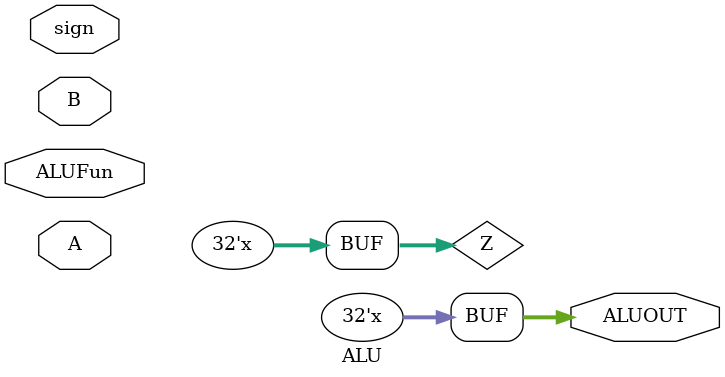
<source format=v>
module Shift_Left(
	input [31:0]B,
	input [4:0]A,
	output [31:0]Shift
);
	
	wire [31:0]Shift1,Shift2,Shift3,Shift4;
	assign Shift1 = A[4]?{B[15:0],{16{1'b0}}}:B;
	assign Shift2 = A[3]?{Shift1[23:0],{8{1'b0}}}:Shift1;
	assign Shift3 = A[2]?{Shift2[27:0],{4{1'b0}}}:Shift2;
	assign Shift4 = A[1]?{Shift3[29:0],{2{1'b0}}}:Shift3;
	assign Shift  = A[0]?{Shift4[30:0],1'b0}:Shift4;
	
endmodule

module Shift_Right(
	input sign,
	input [31:0]B,
	input [4:0]A,
	output [31:0]Shift
);
	
	wire [31:0]Shift1,Shift2,Shift3,Shift4;
	assign Shift1 = A[4]?{{16{sign}},B[31:16]}:B;
	assign Shift2 = A[3]?{{8{sign}},Shift1[31:8]}:Shift1;
	assign Shift3 = A[2]?{{4{sign}},Shift2[31:4]}:Shift2;
	assign Shift4 = A[1]?{{2{sign}},Shift3[31:2]}:Shift3;
	assign Shift  = A[0]?{sign,Shift4[30:1]}:Shift4;
endmodule

module ALU(
    input [31:0] A,
	input [31:0] B,
	input [5:0] ALUFun,
	input sign,
	output [31:0] ALUOUT
	);
	
	reg [31:0]Math,Cmp,Logic,Shift,Z;
	
	assign Zero = (Math == 0);
	assign N = sign && Math[31];
	assign V = sign?
				(ALUFun[0]? ((A[31]^B[31])&&(A[31]^Math[31])) : ((A[31]^Math[31])&&(B[31]^Math[31])))
				:(ALUFun[0]? (A<B) : ((A[31]&&B[31]) || (A[31]||B[31])&&(~Math[31])));
				
	wire [31:0]sll,srl,sra;
	Shift_Left Sh1(B,A[4:0],sll);
	Shift_Right Sh2(1'b0,B,A[4:0],srl);
	Shift_Right Sh3(B[31],B,A[4:0],sra);
	
	always @(*)
	begin
		case(ALUFun[0])
			0:			Math <= A+B;
			1:			Math <= A+(~B)+1;
		endcase
		case(ALUFun[3:0])
			4'b1000:	Logic <= A&B;
			4'b1110:	Logic <= A|B;
			4'b0110:	Logic <= A^B;
			4'b0001:	Logic <= ~(A|B);
			4'b1010:	Logic <= A;
			default:	Logic <= 0;
		endcase
		case(ALUFun[1:0])
			2'b00:		Shift <= sll;			//Shift <= (B << A[4:0]);
			2'b01:		Shift <= srl;			//Shift <= (B >> A[4:0]);
			2'b11:		Shift <= sra;			//Shift <= ({{32{B[31]}},B} >> A[4:0]);
			default:	Shift <= 0;
		endcase
		case(ALUFun[3:1])
			3'b001:		Cmp <= Zero;
			3'b000:		Cmp <= ~Zero;
			3'b010:		Cmp <= sign?(Math[31]^V):V;
			3'b110:		Cmp <= sign?(A[31]||(A == 0)):(A == 0);
			3'b101:		Cmp <= sign?A[31]:0;
			3'b111:		Cmp <= sign?(~A[31]&&(A != 0)):(A != 0);
			default:	Cmp <= 0;
		endcase
		case(ALUFun[5:4])
			2'b00:		Z <= Math;
			2'b01:		Z <= Logic;
			2'b10:		Z <= Shift;
			2'b11:		Z <= Cmp;
		endcase
	end
	assign ALUOUT=Z;
endmodule
</source>
